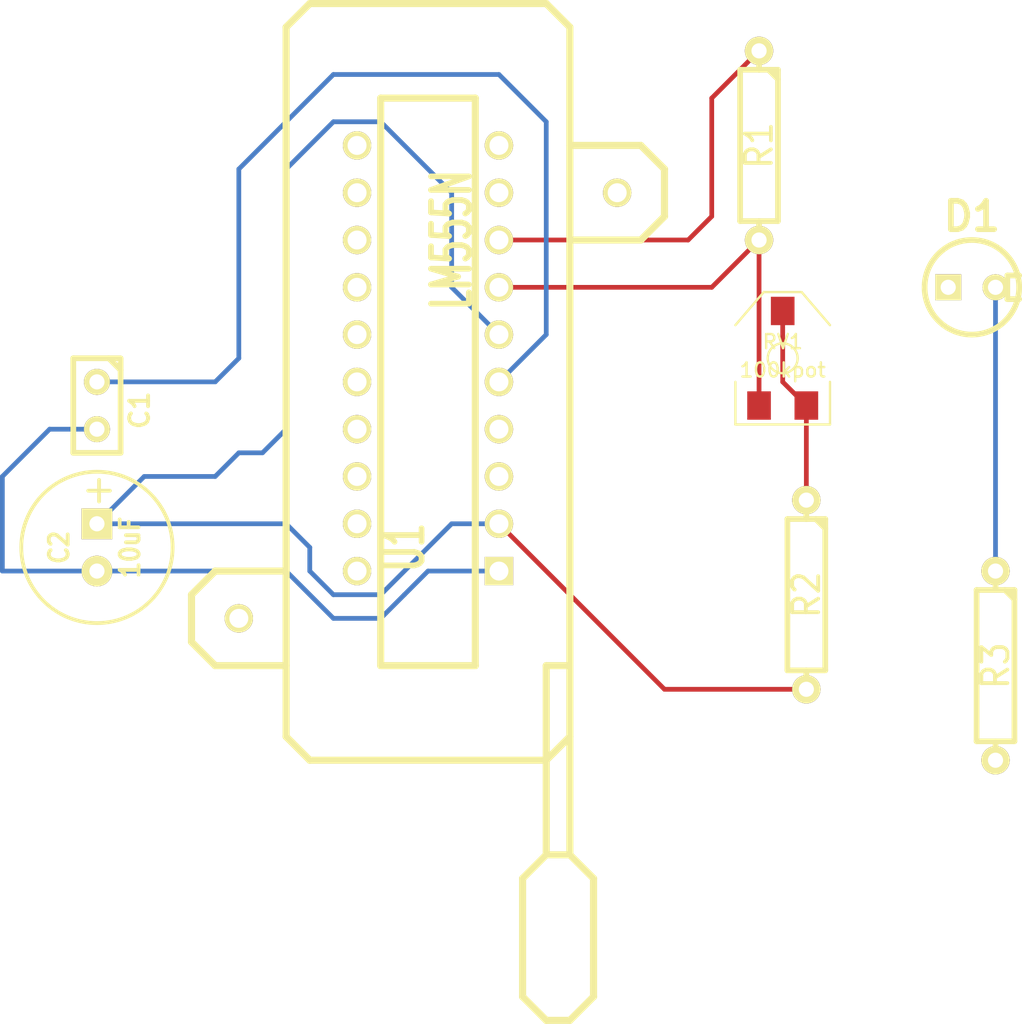
<source format=kicad_pcb>
(kicad_pcb (version 3) (host pcbnew "(2013-07-07 BZR 4022)-stable")

  (general
    (links 13)
    (no_connects 1)
    (area 0 0 0 0)
    (thickness 1.6)
    (drawings 0)
    (tracks 49)
    (zones 0)
    (modules 8)
    (nets 8)
  )

  (page A3)
  (layers
    (15 F.Cu signal)
    (0 B.Cu signal)
    (16 B.Adhes user)
    (17 F.Adhes user)
    (18 B.Paste user)
    (19 F.Paste user)
    (20 B.SilkS user)
    (21 F.SilkS user)
    (22 B.Mask user)
    (23 F.Mask user)
    (24 Dwgs.User user)
    (25 Cmts.User user)
    (26 Eco1.User user)
    (27 Eco2.User user)
    (28 Edge.Cuts user)
  )

  (setup
    (last_trace_width 0.254)
    (trace_clearance 0.254)
    (zone_clearance 0.508)
    (zone_45_only no)
    (trace_min 0.254)
    (segment_width 0.2)
    (edge_width 0.1)
    (via_size 0.889)
    (via_drill 0.635)
    (via_min_size 0.889)
    (via_min_drill 0.508)
    (uvia_size 0.508)
    (uvia_drill 0.127)
    (uvias_allowed no)
    (uvia_min_size 0.508)
    (uvia_min_drill 0.127)
    (pcb_text_width 0.3)
    (pcb_text_size 1.5 1.5)
    (mod_edge_width 0.15)
    (mod_text_size 1 1)
    (mod_text_width 0.15)
    (pad_size 1.5 1.5)
    (pad_drill 0.6)
    (pad_to_mask_clearance 0)
    (aux_axis_origin 0 0)
    (visible_elements FFFFFFBF)
    (pcbplotparams
      (layerselection 3178497)
      (usegerberextensions true)
      (excludeedgelayer true)
      (linewidth 0.150000)
      (plotframeref false)
      (viasonmask false)
      (mode 1)
      (useauxorigin false)
      (hpglpennumber 1)
      (hpglpenspeed 20)
      (hpglpendiameter 15)
      (hpglpenoverlay 2)
      (psnegative false)
      (psa4output false)
      (plotreference true)
      (plotvalue true)
      (plotothertext true)
      (plotinvisibletext false)
      (padsonsilk false)
      (subtractmaskfromsilk false)
      (outputformat 1)
      (mirror false)
      (drillshape 1)
      (scaleselection 1)
      (outputdirectory ""))
  )

  (net 0 "")
  (net 1 GND)
  (net 2 N-000001)
  (net 3 N-000002)
  (net 4 N-000003)
  (net 5 N-000005)
  (net 6 N-000007)
  (net 7 VCC)

  (net_class Default "This is the default net class."
    (clearance 0.254)
    (trace_width 0.254)
    (via_dia 0.889)
    (via_drill 0.635)
    (uvia_dia 0.508)
    (uvia_drill 0.127)
    (add_net "")
    (add_net GND)
    (add_net N-000001)
    (add_net N-000002)
    (add_net N-000003)
    (add_net N-000005)
    (add_net N-000007)
    (add_net VCC)
  )

  (module R4 (layer F.Cu) (tedit 200000) (tstamp 52CC0E8C)
    (at 133.35 71.12 270)
    (descr "Resitance 4 pas")
    (tags R)
    (path /52CC0972)
    (autoplace_cost180 10)
    (fp_text reference R1 (at 0 0 270) (layer F.SilkS)
      (effects (font (size 1.397 1.27) (thickness 0.2032)))
    )
    (fp_text value 4.7k (at 0 0 270) (layer F.SilkS) hide
      (effects (font (size 1.397 1.27) (thickness 0.2032)))
    )
    (fp_line (start -5.08 0) (end -4.064 0) (layer F.SilkS) (width 0.3048))
    (fp_line (start -4.064 0) (end -4.064 -1.016) (layer F.SilkS) (width 0.3048))
    (fp_line (start -4.064 -1.016) (end 4.064 -1.016) (layer F.SilkS) (width 0.3048))
    (fp_line (start 4.064 -1.016) (end 4.064 1.016) (layer F.SilkS) (width 0.3048))
    (fp_line (start 4.064 1.016) (end -4.064 1.016) (layer F.SilkS) (width 0.3048))
    (fp_line (start -4.064 1.016) (end -4.064 0) (layer F.SilkS) (width 0.3048))
    (fp_line (start -4.064 -0.508) (end -3.556 -1.016) (layer F.SilkS) (width 0.3048))
    (fp_line (start 5.08 0) (end 4.064 0) (layer F.SilkS) (width 0.3048))
    (pad 1 thru_hole circle (at -5.08 0 270) (size 1.524 1.524) (drill 0.8128)
      (layers *.Cu *.Mask F.SilkS)
      (net 7 VCC)
    )
    (pad 2 thru_hole circle (at 5.08 0 270) (size 1.524 1.524) (drill 0.8128)
      (layers *.Cu *.Mask F.SilkS)
      (net 6 N-000007)
    )
    (model discret/resistor.wrl
      (at (xyz 0 0 0))
      (scale (xyz 0.4 0.4 0.4))
      (rotate (xyz 0 0 0))
    )
  )

  (module R4 (layer F.Cu) (tedit 200000) (tstamp 52CC0E9A)
    (at 146.05 99.06 270)
    (descr "Resitance 4 pas")
    (tags R)
    (path /52CC097F)
    (autoplace_cost180 10)
    (fp_text reference R3 (at 0 0 270) (layer F.SilkS)
      (effects (font (size 1.397 1.27) (thickness 0.2032)))
    )
    (fp_text value 330 (at 0 0 270) (layer F.SilkS) hide
      (effects (font (size 1.397 1.27) (thickness 0.2032)))
    )
    (fp_line (start -5.08 0) (end -4.064 0) (layer F.SilkS) (width 0.3048))
    (fp_line (start -4.064 0) (end -4.064 -1.016) (layer F.SilkS) (width 0.3048))
    (fp_line (start -4.064 -1.016) (end 4.064 -1.016) (layer F.SilkS) (width 0.3048))
    (fp_line (start 4.064 -1.016) (end 4.064 1.016) (layer F.SilkS) (width 0.3048))
    (fp_line (start 4.064 1.016) (end -4.064 1.016) (layer F.SilkS) (width 0.3048))
    (fp_line (start -4.064 1.016) (end -4.064 0) (layer F.SilkS) (width 0.3048))
    (fp_line (start -4.064 -0.508) (end -3.556 -1.016) (layer F.SilkS) (width 0.3048))
    (fp_line (start 5.08 0) (end 4.064 0) (layer F.SilkS) (width 0.3048))
    (pad 1 thru_hole circle (at -5.08 0 270) (size 1.524 1.524) (drill 0.8128)
      (layers *.Cu *.Mask F.SilkS)
      (net 5 N-000005)
    )
    (pad 2 thru_hole circle (at 5.08 0 270) (size 1.524 1.524) (drill 0.8128)
      (layers *.Cu *.Mask F.SilkS)
    )
    (model discret/resistor.wrl
      (at (xyz 0 0 0))
      (scale (xyz 0.4 0.4 0.4))
      (rotate (xyz 0 0 0))
    )
  )

  (module R4 (layer F.Cu) (tedit 200000) (tstamp 52CC0EA8)
    (at 135.89 95.25 270)
    (descr "Resitance 4 pas")
    (tags R)
    (path /52CC0985)
    (autoplace_cost180 10)
    (fp_text reference R2 (at 0 0 270) (layer F.SilkS)
      (effects (font (size 1.397 1.27) (thickness 0.2032)))
    )
    (fp_text value 1k (at 0 0 270) (layer F.SilkS) hide
      (effects (font (size 1.397 1.27) (thickness 0.2032)))
    )
    (fp_line (start -5.08 0) (end -4.064 0) (layer F.SilkS) (width 0.3048))
    (fp_line (start -4.064 0) (end -4.064 -1.016) (layer F.SilkS) (width 0.3048))
    (fp_line (start -4.064 -1.016) (end 4.064 -1.016) (layer F.SilkS) (width 0.3048))
    (fp_line (start 4.064 -1.016) (end 4.064 1.016) (layer F.SilkS) (width 0.3048))
    (fp_line (start 4.064 1.016) (end -4.064 1.016) (layer F.SilkS) (width 0.3048))
    (fp_line (start -4.064 1.016) (end -4.064 0) (layer F.SilkS) (width 0.3048))
    (fp_line (start -4.064 -0.508) (end -3.556 -1.016) (layer F.SilkS) (width 0.3048))
    (fp_line (start 5.08 0) (end 4.064 0) (layer F.SilkS) (width 0.3048))
    (pad 1 thru_hole circle (at -5.08 0 270) (size 1.524 1.524) (drill 0.8128)
      (layers *.Cu *.Mask F.SilkS)
      (net 4 N-000003)
    )
    (pad 2 thru_hole circle (at 5.08 0 270) (size 1.524 1.524) (drill 0.8128)
      (layers *.Cu *.Mask F.SilkS)
      (net 3 N-000002)
    )
    (model discret/resistor.wrl
      (at (xyz 0 0 0))
      (scale (xyz 0.4 0.4 0.4))
      (rotate (xyz 0 0 0))
    )
  )

  (module POT_CMS (layer F.Cu) (tedit 3D638D33) (tstamp 52CC0EB6)
    (at 134.62 82.55)
    (descr "module CMS Potentiometre")
    (tags "CMS POT")
    (path /52CC09A3)
    (attr smd)
    (fp_text reference RV1 (at 0 -0.88646) (layer F.SilkS)
      (effects (font (size 0.762 0.762) (thickness 0.127)))
    )
    (fp_text value 100kpot (at 0 0.635) (layer F.SilkS)
      (effects (font (size 0.762 0.762) (thickness 0.127)))
    )
    (fp_line (start -2.54 1.27) (end -2.54 3.556) (layer F.SilkS) (width 0.127))
    (fp_line (start -2.54 3.556) (end 2.54 3.556) (layer F.SilkS) (width 0.127))
    (fp_line (start 2.54 3.556) (end 2.54 1.27) (layer F.SilkS) (width 0.127))
    (fp_line (start -2.54 -1.778) (end -1.016 -3.556) (layer F.SilkS) (width 0.127))
    (fp_line (start -1.016 -3.556) (end 1.016 -3.556) (layer F.SilkS) (width 0.127))
    (fp_line (start 1.016 -3.556) (end 2.54 -1.778) (layer F.SilkS) (width 0.127))
    (fp_circle (center 0 0) (end 0.254 -0.762) (layer F.SilkS) (width 0.127))
    (pad 1 smd rect (at -1.27 2.54) (size 1.27 1.524)
      (layers F.Cu F.Paste F.Mask)
      (net 6 N-000007)
    )
    (pad 2 smd rect (at 0 -2.54) (size 1.27 1.524)
      (layers F.Cu F.Paste F.Mask)
      (net 4 N-000003)
    )
    (pad 3 smd rect (at 1.27 2.54) (size 1.27 1.524)
      (layers F.Cu F.Paste F.Mask)
      (net 4 N-000003)
    )
  )

  (module LEDV (layer F.Cu) (tedit 200000) (tstamp 52CC0EC0)
    (at 144.78 78.74)
    (descr "Led verticale diam 6mm")
    (tags "LED DEV")
    (path /52CC098D)
    (fp_text reference D1 (at 0 -3.81) (layer F.SilkS)
      (effects (font (size 1.524 1.524) (thickness 0.3048)))
    )
    (fp_text value LED (at 0 -3.81) (layer F.SilkS) hide
      (effects (font (size 1.524 1.524) (thickness 0.3048)))
    )
    (fp_circle (center 0 0) (end -2.54 0) (layer F.SilkS) (width 0.3048))
    (fp_line (start 2.54 -0.635) (end 1.905 -0.635) (layer F.SilkS) (width 0.3048))
    (fp_line (start 1.905 -0.635) (end 1.905 0.635) (layer F.SilkS) (width 0.3048))
    (fp_line (start 1.905 0.635) (end 2.54 0.635) (layer F.SilkS) (width 0.3048))
    (pad 1 thru_hole rect (at -1.27 0) (size 1.397 1.397) (drill 0.8128)
      (layers *.Cu *.Mask F.SilkS)
    )
    (pad 2 thru_hole circle (at 1.27 0) (size 1.397 1.397) (drill 0.8128)
      (layers *.Cu *.Mask F.SilkS)
      (net 5 N-000005)
    )
    (model discret/led5_vertical.wrl
      (at (xyz 0 0 0))
      (scale (xyz 1 1 1))
      (rotate (xyz 0 0 0))
    )
  )

  (module C1V8 (layer F.Cu) (tedit 3DD3A719) (tstamp 52CC0EC8)
    (at 97.79 92.71 270)
    (path /52CC09C3)
    (fp_text reference C2 (at 0 2.032 270) (layer F.SilkS)
      (effects (font (size 1.016 0.889) (thickness 0.2032)))
    )
    (fp_text value 10uF (at 0 -1.77546 270) (layer F.SilkS)
      (effects (font (size 1.016 0.889) (thickness 0.2032)))
    )
    (fp_text user + (at -3.04546 0 270) (layer F.SilkS)
      (effects (font (size 1.524 1.524) (thickness 0.2032)))
    )
    (fp_circle (center 0 0) (end 4.064 0) (layer F.SilkS) (width 0.2032))
    (pad 1 thru_hole rect (at -1.27 0 270) (size 1.651 1.651) (drill 0.8128)
      (layers *.Cu *.Mask F.SilkS)
      (net 3 N-000002)
    )
    (pad 2 thru_hole circle (at 1.27 0 270) (size 1.651 1.651) (drill 0.8128)
      (layers *.Cu *.Mask F.SilkS)
      (net 1 GND)
    )
    (model discret/c_vert_c1v8.wrl
      (at (xyz 0 0 0))
      (scale (xyz 1 1 1))
      (rotate (xyz 0 0 0))
    )
  )

  (module C1 (layer F.Cu) (tedit 3F92C496) (tstamp 52CC0ED3)
    (at 97.79 85.09 270)
    (descr "Condensateur e = 1 pas")
    (tags C)
    (path /52CC09B4)
    (fp_text reference C1 (at 0.254 -2.286 270) (layer F.SilkS)
      (effects (font (size 1.016 1.016) (thickness 0.2032)))
    )
    (fp_text value .01uF (at 0 -2.286 270) (layer F.SilkS) hide
      (effects (font (size 1.016 1.016) (thickness 0.2032)))
    )
    (fp_line (start -2.4892 -1.27) (end 2.54 -1.27) (layer F.SilkS) (width 0.3048))
    (fp_line (start 2.54 -1.27) (end 2.54 1.27) (layer F.SilkS) (width 0.3048))
    (fp_line (start 2.54 1.27) (end -2.54 1.27) (layer F.SilkS) (width 0.3048))
    (fp_line (start -2.54 1.27) (end -2.54 -1.27) (layer F.SilkS) (width 0.3048))
    (fp_line (start -2.54 -0.635) (end -1.905 -1.27) (layer F.SilkS) (width 0.3048))
    (pad 1 thru_hole circle (at -1.27 0 270) (size 1.397 1.397) (drill 0.8128)
      (layers *.Cu *.Mask F.SilkS)
      (net 2 N-000001)
    )
    (pad 2 thru_hole circle (at 1.27 0 270) (size 1.397 1.397) (drill 0.8128)
      (layers *.Cu *.Mask F.SilkS)
      (net 1 GND)
    )
    (model discret/capa_1_pas.wrl
      (at (xyz 0 0 0))
      (scale (xyz 1 1 1))
      (rotate (xyz 0 0 0))
    )
  )

  (module 20TEX300 (layer F.Cu) (tedit 200000) (tstamp 52CC0F0E)
    (at 115.57 82.55 90)
    (descr "Support Dil TEXTOOL 20 pins, pads ronds, e=300 mils")
    (tags DEV)
    (path /52CC095D)
    (fp_text reference U1 (at -10.16 -1.27 270) (layer F.SilkS)
      (effects (font (size 2.032 1.27) (thickness 0.3048)))
    )
    (fp_text value LM555N (at 6.35 1.27 270) (layer F.SilkS)
      (effects (font (size 2.032 1.27) (thickness 0.3048)))
    )
    (fp_line (start -16.51 6.35) (end -16.51 7.62) (layer F.SilkS) (width 0.381))
    (fp_line (start -35.56 6.35) (end -35.56 7.62) (layer F.SilkS) (width 0.381))
    (fp_line (start -35.56 7.62) (end -34.29 8.89) (layer F.SilkS) (width 0.381))
    (fp_line (start -34.29 8.89) (end -27.94 8.89) (layer F.SilkS) (width 0.381))
    (fp_line (start -27.94 8.89) (end -26.67 7.62) (layer F.SilkS) (width 0.381))
    (fp_line (start -26.67 7.62) (end -26.67 6.35) (layer F.SilkS) (width 0.381))
    (fp_line (start -26.67 6.35) (end -16.51 6.35) (layer F.SilkS) (width 0.381))
    (fp_line (start -26.67 7.62) (end -20.32 7.62) (layer F.SilkS) (width 0.381))
    (fp_line (start -11.43 -7.62) (end -11.43 -11.43) (layer F.SilkS) (width 0.381))
    (fp_line (start -11.43 -11.43) (end -12.7 -12.7) (layer F.SilkS) (width 0.381))
    (fp_line (start -12.7 -12.7) (end -15.24 -12.7) (layer F.SilkS) (width 0.381))
    (fp_line (start -15.24 -12.7) (end -16.51 -11.43) (layer F.SilkS) (width 0.381))
    (fp_line (start -16.51 -11.43) (end -16.51 -7.62) (layer F.SilkS) (width 0.381))
    (fp_line (start 11.43 11.43) (end 11.43 7.62) (layer F.SilkS) (width 0.381))
    (fp_line (start -16.51 2.54) (end 13.97 2.54) (layer F.SilkS) (width 0.381))
    (fp_line (start 13.97 2.54) (end 13.97 -2.54) (layer F.SilkS) (width 0.381))
    (fp_line (start 13.97 -2.54) (end -16.51 -2.54) (layer F.SilkS) (width 0.381))
    (fp_line (start -16.51 -2.54) (end -16.51 2.54) (layer F.SilkS) (width 0.381))
    (fp_line (start 11.43 11.43) (end 10.16 12.7) (layer F.SilkS) (width 0.381))
    (fp_line (start 10.16 12.7) (end 7.62 12.7) (layer F.SilkS) (width 0.381))
    (fp_line (start 7.62 12.7) (end 6.35 11.43) (layer F.SilkS) (width 0.381))
    (fp_line (start 6.35 11.43) (end 6.35 7.62) (layer F.SilkS) (width 0.381))
    (fp_line (start -26.67 6.35) (end -27.94 5.08) (layer F.SilkS) (width 0.381))
    (fp_line (start -27.94 5.08) (end -34.29 5.08) (layer F.SilkS) (width 0.381))
    (fp_line (start -34.29 5.08) (end -35.56 6.35) (layer F.SilkS) (width 0.381))
    (fp_line (start -20.32 -7.62) (end 17.78 -7.62) (layer F.SilkS) (width 0.381))
    (fp_line (start 17.78 -7.62) (end 19.05 -6.35) (layer F.SilkS) (width 0.381))
    (fp_line (start 19.05 -6.35) (end 19.05 6.35) (layer F.SilkS) (width 0.381))
    (fp_line (start 19.05 6.35) (end 17.78 7.62) (layer F.SilkS) (width 0.381))
    (fp_line (start 17.78 7.62) (end -20.32 7.62) (layer F.SilkS) (width 0.381))
    (fp_line (start -20.32 7.62) (end -21.59 6.35) (layer F.SilkS) (width 0.381))
    (fp_line (start -21.59 6.35) (end -21.59 -6.35) (layer F.SilkS) (width 0.381))
    (fp_line (start -21.59 -6.35) (end -20.32 -7.62) (layer F.SilkS) (width 0.381))
    (pad 1 thru_hole rect (at -11.43 3.81 90) (size 1.524 1.524) (drill 1.016)
      (layers *.Cu *.Mask F.SilkS)
      (net 1 GND)
    )
    (pad 2 thru_hole circle (at -8.89 3.81 90) (size 1.524 1.524) (drill 1.016)
      (layers *.Cu *.Mask F.SilkS)
      (net 3 N-000002)
    )
    (pad 3 thru_hole circle (at -6.35 3.81 90) (size 1.524 1.524) (drill 1.016)
      (layers *.Cu *.Mask F.SilkS)
    )
    (pad 4 thru_hole circle (at -3.81 3.81 90) (size 1.524 1.524) (drill 1.016)
      (layers *.Cu *.Mask F.SilkS)
      (net 7 VCC)
    )
    (pad 5 thru_hole circle (at -1.27 3.81 90) (size 1.524 1.524) (drill 1.016)
      (layers *.Cu *.Mask F.SilkS)
      (net 2 N-000001)
    )
    (pad 6 thru_hole circle (at 1.27 3.81 90) (size 1.524 1.524) (drill 1.016)
      (layers *.Cu *.Mask F.SilkS)
      (net 3 N-000002)
    )
    (pad 7 thru_hole circle (at 3.81 3.81 90) (size 1.524 1.524) (drill 1.016)
      (layers *.Cu *.Mask F.SilkS)
      (net 6 N-000007)
    )
    (pad 8 thru_hole circle (at 6.35 3.81 90) (size 1.524 1.524) (drill 1.016)
      (layers *.Cu *.Mask F.SilkS)
      (net 7 VCC)
    )
    (pad 9 thru_hole circle (at 8.89 3.81 90) (size 1.524 1.524) (drill 1.016)
      (layers *.Cu *.Mask F.SilkS)
    )
    (pad 10 thru_hole circle (at 11.43 3.81 90) (size 1.524 1.524) (drill 1.016)
      (layers *.Cu *.Mask F.SilkS)
    )
    (pad 11 thru_hole circle (at 11.43 -3.81 90) (size 1.524 1.524) (drill 1.016)
      (layers *.Cu *.Mask F.SilkS)
    )
    (pad 12 thru_hole circle (at 8.89 -3.81 90) (size 1.524 1.524) (drill 1.016)
      (layers *.Cu *.Mask F.SilkS)
    )
    (pad 13 thru_hole circle (at 6.35 -3.81 90) (size 1.524 1.524) (drill 1.016)
      (layers *.Cu *.Mask F.SilkS)
    )
    (pad 14 thru_hole circle (at 3.81 -3.81 90) (size 1.524 1.524) (drill 1.016)
      (layers *.Cu *.Mask F.SilkS)
    )
    (pad 15 thru_hole circle (at 1.27 -3.81 90) (size 1.524 1.524) (drill 1.016)
      (layers *.Cu *.Mask F.SilkS)
    )
    (pad 16 thru_hole circle (at -1.27 -3.81 90) (size 1.524 1.524) (drill 1.016)
      (layers *.Cu *.Mask F.SilkS)
    )
    (pad 17 thru_hole circle (at -3.81 -3.81 90) (size 1.524 1.524) (drill 1.016)
      (layers *.Cu *.Mask F.SilkS)
    )
    (pad 18 thru_hole circle (at -6.35 -3.81 90) (size 1.524 1.524) (drill 1.016)
      (layers *.Cu *.Mask F.SilkS)
    )
    (pad 19 thru_hole circle (at -8.89 -3.81 90) (size 1.524 1.524) (drill 1.016)
      (layers *.Cu *.Mask F.SilkS)
    )
    (pad 20 thru_hole circle (at -11.43 -3.81 90) (size 1.524 1.524) (drill 1.016)
      (layers *.Cu *.Mask F.SilkS)
    )
    (pad HOLE thru_hole circle (at -13.97 -10.16 90) (size 1.524 1.524) (drill 1.016)
      (layers *.Cu *.Mask F.SilkS)
    )
    (pad HOLE thru_hole circle (at 8.89 10.16 90) (size 1.524 1.524) (drill 1.016)
      (layers *.Cu *.Mask F.SilkS)
    )
  )

  (segment (start 97.79 93.98) (end 107.95 93.98) (width 0.254) (layer B.Cu) (net 1))
  (segment (start 115.57 93.98) (end 119.38 93.98) (width 0.254) (layer B.Cu) (net 1) (tstamp 52CC14E3))
  (segment (start 114.3 95.25) (end 115.57 93.98) (width 0.254) (layer B.Cu) (net 1) (tstamp 52CC14E2))
  (segment (start 113.03 96.52) (end 114.3 95.25) (width 0.254) (layer B.Cu) (net 1) (tstamp 52CC14E1))
  (segment (start 110.49 96.52) (end 113.03 96.52) (width 0.254) (layer B.Cu) (net 1) (tstamp 52CC14E0))
  (segment (start 107.95 93.98) (end 110.49 96.52) (width 0.254) (layer B.Cu) (net 1) (tstamp 52CC14DB))
  (segment (start 97.79 86.36) (end 95.25 86.36) (width 0.254) (layer B.Cu) (net 1))
  (segment (start 92.71 93.98) (end 97.79 93.98) (width 0.254) (layer B.Cu) (net 1) (tstamp 52CC13D5))
  (segment (start 92.71 88.9) (end 92.71 93.98) (width 0.254) (layer B.Cu) (net 1) (tstamp 52CC13D3))
  (segment (start 95.25 86.36) (end 92.71 88.9) (width 0.254) (layer B.Cu) (net 1) (tstamp 52CC13C7))
  (segment (start 97.79 83.82) (end 104.14 83.82) (width 0.254) (layer B.Cu) (net 2))
  (segment (start 121.92 81.28) (end 119.38 83.82) (width 0.254) (layer B.Cu) (net 2) (tstamp 52CC14D4))
  (segment (start 121.92 69.85) (end 121.92 81.28) (width 0.254) (layer B.Cu) (net 2) (tstamp 52CC14D1))
  (segment (start 119.38 67.31) (end 121.92 69.85) (width 0.254) (layer B.Cu) (net 2) (tstamp 52CC14CF))
  (segment (start 110.49 67.31) (end 119.38 67.31) (width 0.254) (layer B.Cu) (net 2) (tstamp 52CC14CC))
  (segment (start 105.41 72.39) (end 110.49 67.31) (width 0.254) (layer B.Cu) (net 2) (tstamp 52CC14C9))
  (segment (start 105.41 82.55) (end 105.41 72.39) (width 0.254) (layer B.Cu) (net 2) (tstamp 52CC14C8))
  (segment (start 104.14 83.82) (end 105.41 82.55) (width 0.254) (layer B.Cu) (net 2) (tstamp 52CC14C2))
  (segment (start 97.79 91.44) (end 100.33 88.9) (width 0.254) (layer B.Cu) (net 3))
  (segment (start 116.84 78.74) (end 119.38 81.28) (width 0.254) (layer B.Cu) (net 3) (tstamp 52CC14BD))
  (segment (start 116.84 73.66) (end 116.84 78.74) (width 0.254) (layer B.Cu) (net 3) (tstamp 52CC14BB))
  (segment (start 113.03 69.85) (end 116.84 73.66) (width 0.254) (layer B.Cu) (net 3) (tstamp 52CC14B9))
  (segment (start 110.49 69.85) (end 113.03 69.85) (width 0.254) (layer B.Cu) (net 3) (tstamp 52CC14B7))
  (segment (start 107.95 72.39) (end 110.49 69.85) (width 0.254) (layer B.Cu) (net 3) (tstamp 52CC14B5))
  (segment (start 107.95 86.36) (end 107.95 72.39) (width 0.254) (layer B.Cu) (net 3) (tstamp 52CC14B1))
  (segment (start 106.68 87.63) (end 107.95 86.36) (width 0.254) (layer B.Cu) (net 3) (tstamp 52CC14A6))
  (segment (start 105.41 87.63) (end 106.68 87.63) (width 0.254) (layer B.Cu) (net 3) (tstamp 52CC14A5))
  (segment (start 104.14 88.9) (end 105.41 87.63) (width 0.254) (layer B.Cu) (net 3) (tstamp 52CC14A1))
  (segment (start 100.33 88.9) (end 104.14 88.9) (width 0.254) (layer B.Cu) (net 3) (tstamp 52CC149C))
  (segment (start 119.38 91.44) (end 116.84 91.44) (width 0.254) (layer B.Cu) (net 3))
  (segment (start 107.95 91.44) (end 97.79 91.44) (width 0.254) (layer B.Cu) (net 3) (tstamp 52CC1498))
  (segment (start 109.22 92.71) (end 107.95 91.44) (width 0.254) (layer B.Cu) (net 3) (tstamp 52CC1495))
  (segment (start 109.22 93.98) (end 109.22 92.71) (width 0.254) (layer B.Cu) (net 3) (tstamp 52CC1493))
  (segment (start 110.49 95.25) (end 109.22 93.98) (width 0.254) (layer B.Cu) (net 3) (tstamp 52CC1490))
  (segment (start 113.03 95.25) (end 110.49 95.25) (width 0.254) (layer B.Cu) (net 3) (tstamp 52CC148E))
  (segment (start 116.84 91.44) (end 113.03 95.25) (width 0.254) (layer B.Cu) (net 3) (tstamp 52CC1487))
  (segment (start 135.89 100.33) (end 128.27 100.33) (width 0.254) (layer F.Cu) (net 3))
  (segment (start 128.27 100.33) (end 119.38 91.44) (width 0.254) (layer F.Cu) (net 3) (tstamp 52CC134D))
  (segment (start 134.62 80.01) (end 134.62 83.82) (width 0.254) (layer F.Cu) (net 4))
  (segment (start 134.62 83.82) (end 135.89 85.09) (width 0.254) (layer F.Cu) (net 4) (tstamp 52CC1340))
  (segment (start 135.89 85.09) (end 135.89 90.17) (width 0.254) (layer F.Cu) (net 4) (tstamp 52CC1345))
  (segment (start 146.05 93.98) (end 146.05 78.74) (width 0.254) (layer B.Cu) (net 5) (status C00000))
  (segment (start 133.35 76.2) (end 133.35 85.09) (width 0.254) (layer F.Cu) (net 6))
  (segment (start 119.38 78.74) (end 130.81 78.74) (width 0.254) (layer F.Cu) (net 6))
  (segment (start 130.81 78.74) (end 133.35 76.2) (width 0.254) (layer F.Cu) (net 6) (tstamp 52CC1330))
  (segment (start 119.38 76.2) (end 129.54 76.2) (width 0.254) (layer F.Cu) (net 7))
  (segment (start 130.81 68.58) (end 133.35 66.04) (width 0.254) (layer F.Cu) (net 7) (tstamp 52CC1321))
  (segment (start 130.81 74.93) (end 130.81 68.58) (width 0.254) (layer F.Cu) (net 7) (tstamp 52CC131E))
  (segment (start 129.54 76.2) (end 130.81 74.93) (width 0.254) (layer F.Cu) (net 7) (tstamp 52CC130A))

)

</source>
